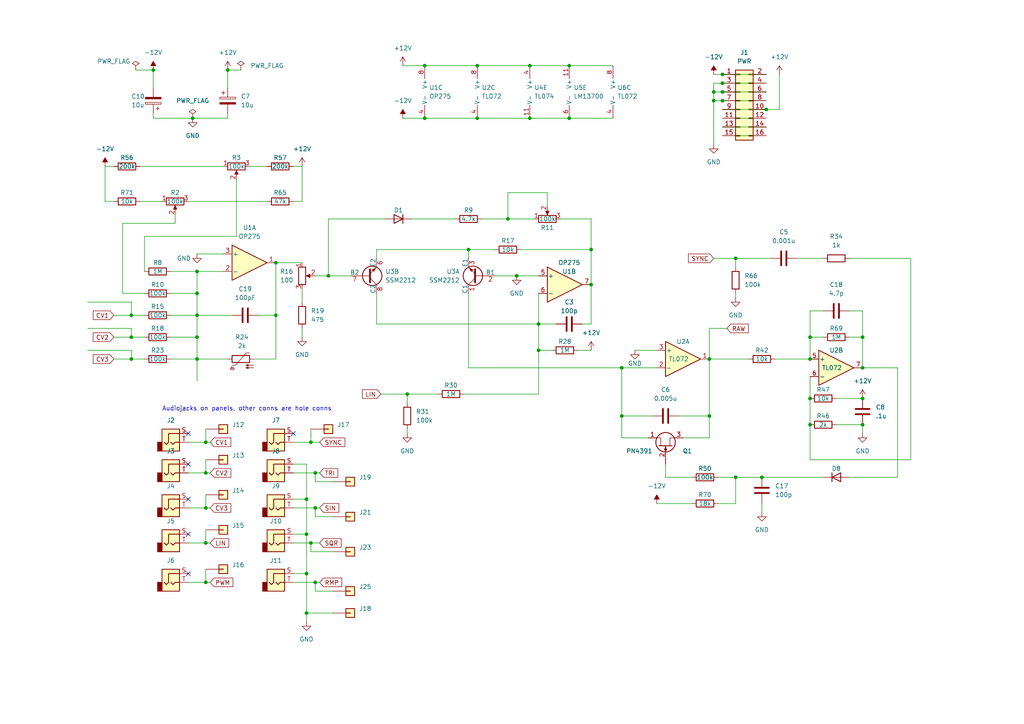
<source format=kicad_sch>
(kicad_sch (version 20211123) (generator eeschema)
  (paper "A4")
  (junction (at 171.45 82.55))
  (junction (at 454.66 73.66))
  (junction (at 213.36 138.43))
  (junction (at 123.19 34.29))
  (junction (at 234.95 104.14))
  (junction (at 88.9 177.8))
  (junction (at 153.67 19.05))
  (junction (at 59.69 147.32))
  (junction (at 433.07 100.33))
  (junction (at 59.69 128.27))
  (junction (at 222.25 31.75))
  (junction (at 415.29 48.26))
  (junction (at 427.99 48.26))
  (junction (at 138.43 19.05))
  (junction (at 490.22 120.65))
  (junction (at 55.88 34.29))
  (junction (at 209.55 24.13))
  (junction (at 90.17 128.27))
  (junction (at 394.97 74.93))
  (junction (at 443.23 116.84))
  (junction (at 123.19 19.05))
  (junction (at 209.55 29.21))
  (junction (at 477.52 50.8))
  (junction (at 153.67 34.29))
  (junction (at 171.45 72.39))
  (junction (at 407.67 113.03))
  (junction (at 59.69 168.91))
  (junction (at 91.44 147.32))
  (junction (at 180.34 120.65))
  (junction (at 118.11 114.3))
  (junction (at 80.01 91.44))
  (junction (at 156.21 93.98))
  (junction (at 57.15 104.14))
  (junction (at 401.32 33.02))
  (junction (at 220.98 138.43))
  (junction (at 66.04 20.32))
  (junction (at 95.25 80.01))
  (junction (at 415.29 55.88))
  (junction (at 474.98 78.74))
  (junction (at 495.3 71.12))
  (junction (at 406.4 73.66))
  (junction (at 454.66 78.74))
  (junction (at 135.89 72.39))
  (junction (at 378.46 50.8))
  (junction (at 59.69 137.16))
  (junction (at 59.69 157.48))
  (junction (at 205.74 120.65))
  (junction (at 447.04 53.34))
  (junction (at 57.15 85.09))
  (junction (at 406.4 55.88))
  (junction (at 394.97 58.42))
  (junction (at 91.44 168.91))
  (junction (at 370.84 77.47))
  (junction (at 156.21 101.6))
  (junction (at 350.52 45.72))
  (junction (at 88.9 166.37))
  (junction (at 394.97 48.26))
  (junction (at 207.01 26.67))
  (junction (at 250.19 97.79))
  (junction (at 213.36 74.93))
  (junction (at 207.01 29.21))
  (junction (at 539.75 38.1))
  (junction (at 209.55 21.59))
  (junction (at 515.62 27.94))
  (junction (at 165.1 34.29))
  (junction (at 453.39 113.03))
  (junction (at 431.8 63.5))
  (junction (at 234.95 115.57))
  (junction (at 505.46 40.64))
  (junction (at 234.95 97.79))
  (junction (at 38.1 91.44))
  (junction (at 38.1 97.79))
  (junction (at 505.46 58.42))
  (junction (at 497.84 27.94))
  (junction (at 443.23 95.25))
  (junction (at 88.9 154.94))
  (junction (at 250.19 123.19))
  (junction (at 205.74 104.14))
  (junction (at 149.86 80.01))
  (junction (at 44.45 20.32))
  (junction (at 250.19 115.57))
  (junction (at 91.44 137.16))
  (junction (at 57.15 78.74))
  (junction (at 447.04 45.72))
  (junction (at 406.4 69.85))
  (junction (at 57.15 91.44))
  (junction (at 209.55 26.67))
  (junction (at 250.19 106.68))
  (junction (at 90.17 157.48))
  (junction (at 495.3 90.17))
  (junction (at 80.01 76.2))
  (junction (at 407.67 120.65))
  (junction (at 138.43 34.29))
  (junction (at 165.1 19.05))
  (junction (at 180.34 106.68))
  (junction (at 88.9 144.78))
  (junction (at 57.15 97.79))
  (junction (at 496.57 50.8))
  (junction (at 38.1 104.14))
  (junction (at 450.85 123.19))
  (junction (at 234.95 123.19))
  (junction (at 407.67 100.33))
  (junction (at 394.97 85.09))
  (junction (at 147.32 63.5))
  (no_connect (at 521.97 123.19))
  (no_connect (at 519.43 113.03))
  (no_connect (at 509.27 115.57))
  (no_connect (at 494.03 118.11))
  (no_connect (at 509.27 118.11))
  (no_connect (at 417.83 116.84))
  (no_connect (at 85.09 125.73))
  (no_connect (at 54.61 166.37))
  (no_connect (at 54.61 154.94))
  (no_connect (at 54.61 125.73))
  (no_connect (at 54.61 144.78))
  (no_connect (at 54.61 134.62))
  (no_connect (at 510.54 55.88))
  (no_connect (at 508 55.88))
  (wire (pts (xy 59.69 165.1) (xy 59.69 168.91)))
  (wire (pts (xy 209.55 21.59) (xy 222.25 21.59)))
  (wire (pts (xy 198.12 127) (xy 205.74 127)))
  (wire (pts (xy 387.35 113.03) (xy 387.35 109.22)))
  (wire (pts (xy 59.69 124.46) (xy 59.69 128.27)))
  (wire (pts (xy 57.15 104.14) (xy 57.15 110.49)))
  (wire (pts (xy 72.39 48.26) (xy 77.47 48.26)))
  (wire (pts (xy 109.22 85.09) (xy 109.22 93.98)))
  (wire (pts (xy 391.16 95.25) (xy 393.7 95.25)))
  (wire (pts (xy 424.18 85.09) (xy 424.18 95.25)))
  (wire (pts (xy 494.03 50.8) (xy 496.57 50.8)))
  (wire (pts (xy 80.01 76.2) (xy 87.63 76.2)))
  (wire (pts (xy 85.09 154.94) (xy 88.9 154.94)))
  (wire (pts (xy 38.1 104.14) (xy 41.91 104.14)))
  (wire (pts (xy 59.69 137.16) (xy 60.96 137.16)))
  (wire (pts (xy 153.67 19.05) (xy 165.1 19.05)))
  (wire (pts (xy 425.45 55.88) (xy 431.8 55.88)))
  (wire (pts (xy 171.45 93.98) (xy 168.91 93.98)))
  (wire (pts (xy 454.66 78.74) (xy 454.66 87.63)))
  (wire (pts (xy 57.15 91.44) (xy 67.31 91.44)))
  (wire (pts (xy 147.32 55.88) (xy 158.75 55.88)))
  (wire (pts (xy 480.06 97.79) (xy 495.3 97.79)))
  (wire (pts (xy 171.45 82.55) (xy 171.45 93.98)))
  (wire (pts (xy 454.66 68.58) (xy 480.06 68.58)))
  (wire (pts (xy 147.32 63.5) (xy 147.32 55.88)))
  (wire (pts (xy 450.85 123.19) (xy 458.47 123.19)))
  (wire (pts (xy 443.23 123.19) (xy 450.85 123.19)))
  (wire (pts (xy 246.38 90.17) (xy 250.19 90.17)))
  (wire (pts (xy 85.09 166.37) (xy 88.9 166.37)))
  (wire (pts (xy 234.95 133.35) (xy 264.16 133.35)))
  (wire (pts (xy 205.74 104.14) (xy 205.74 120.65)))
  (wire (pts (xy 495.3 71.12) (xy 508 71.12)))
  (wire (pts (xy 167.64 101.6) (xy 171.45 101.6)))
  (wire (pts (xy 88.9 134.62) (xy 88.9 144.78)))
  (wire (pts (xy 193.04 138.43) (xy 200.66 138.43)))
  (wire (pts (xy 91.44 80.01) (xy 95.25 80.01)))
  (wire (pts (xy 417.83 113.03) (xy 407.67 113.03)))
  (wire (pts (xy 85.09 134.62) (xy 88.9 134.62)))
  (wire (pts (xy 379.73 95.25) (xy 383.54 95.25)))
  (wire (pts (xy 474.98 27.94) (xy 486.41 27.94)))
  (wire (pts (xy 49.53 91.44) (xy 57.15 91.44)))
  (wire (pts (xy 44.45 34.29) (xy 55.88 34.29)))
  (wire (pts (xy 25.4 95.25) (xy 38.1 95.25)))
  (wire (pts (xy 431.8 55.88) (xy 431.8 63.5)))
  (wire (pts (xy 515.62 27.94) (xy 509.27 27.94)))
  (wire (pts (xy 87.63 58.42) (xy 85.09 58.42)))
  (wire (pts (xy 490.22 120.65) (xy 490.22 123.19)))
  (wire (pts (xy 90.17 157.48) (xy 92.71 157.48)))
  (wire (pts (xy 490.22 115.57) (xy 490.22 120.65)))
  (wire (pts (xy 379.73 77.47) (xy 370.84 77.47)))
  (wire (pts (xy 260.35 106.68) (xy 260.35 138.43)))
  (wire (pts (xy 95.25 80.01) (xy 101.6 80.01)))
  (wire (pts (xy 209.55 26.67) (xy 222.25 26.67)))
  (wire (pts (xy 433.07 100.33) (xy 429.26 100.33)))
  (wire (pts (xy 515.62 20.32) (xy 509.27 20.32)))
  (wire (pts (xy 505.46 55.88) (xy 505.46 58.42)))
  (wire (pts (xy 415.29 48.26) (xy 415.29 55.88)))
  (wire (pts (xy 207.01 26.67) (xy 207.01 24.13)))
  (wire (pts (xy 66.04 34.29) (xy 66.04 33.02)))
  (wire (pts (xy 414.02 48.26) (xy 415.29 48.26)))
  (wire (pts (xy 54.61 128.27) (xy 59.69 128.27)))
  (wire (pts (xy 85.09 168.91) (xy 91.44 168.91)))
  (wire (pts (xy 392.43 66.04) (xy 394.97 66.04)))
  (wire (pts (xy 220.98 146.05) (xy 220.98 148.59)))
  (wire (pts (xy 242.57 123.19) (xy 250.19 123.19)))
  (wire (pts (xy 57.15 78.74) (xy 64.77 78.74)))
  (wire (pts (xy 406.4 55.88) (xy 406.4 69.85)))
  (wire (pts (xy 59.69 143.51) (xy 59.69 147.32)))
  (wire (pts (xy 515.62 27.94) (xy 515.62 20.32)))
  (wire (pts (xy 156.21 101.6) (xy 160.02 101.6)))
  (wire (pts (xy 180.34 106.68) (xy 190.5 106.68)))
  (wire (pts (xy 74.93 91.44) (xy 80.01 91.44)))
  (wire (pts (xy 66.04 20.32) (xy 66.04 25.4)))
  (wire (pts (xy 180.34 106.68) (xy 180.34 120.65)))
  (wire (pts (xy 91.44 149.86) (xy 96.52 149.86)))
  (wire (pts (xy 453.39 113.03) (xy 453.39 105.41)))
  (wire (pts (xy 109.22 93.98) (xy 156.21 93.98)))
  (wire (pts (xy 54.61 137.16) (xy 59.69 137.16)))
  (wire (pts (xy 40.64 58.42) (xy 46.99 58.42)))
  (wire (pts (xy 207.01 24.13) (xy 209.55 24.13)))
  (wire (pts (xy 91.44 171.45) (xy 96.52 171.45)))
  (wire (pts (xy 433.07 116.84) (xy 443.23 116.84)))
  (wire (pts (xy 394.97 74.93) (xy 401.32 74.93)))
  (wire (pts (xy 407.67 100.33) (xy 407.67 101.6)))
  (wire (pts (xy 190.5 146.05) (xy 200.66 146.05)))
  (wire (pts (xy 495.3 78.74) (xy 495.3 71.12)))
  (wire (pts (xy 85.09 144.78) (xy 88.9 144.78)))
  (wire (pts (xy 392.43 85.09) (xy 394.97 85.09)))
  (wire (pts (xy 165.1 34.29) (xy 177.8 34.29)))
  (wire (pts (xy 515.62 83.82) (xy 515.62 64.77)))
  (wire (pts (xy 118.11 114.3) (xy 118.11 116.84)))
  (wire (pts (xy 123.19 34.29) (xy 138.43 34.29)))
  (wire (pts (xy 443.23 95.25) (xy 443.23 101.6)))
  (wire (pts (xy 66.04 20.32) (xy 69.85 20.32)))
  (wire (pts (xy 127 114.3) (xy 118.11 114.3)))
  (wire (pts (xy 54.61 157.48) (xy 59.69 157.48)))
  (wire (pts (xy 208.28 138.43) (xy 213.36 138.43)))
  (wire (pts (xy 234.95 115.57) (xy 234.95 123.19)))
  (wire (pts (xy 417.83 119.38) (xy 417.83 120.65)))
  (wire (pts (xy 207.01 74.93) (xy 213.36 74.93)))
  (wire (pts (xy 466.09 123.19) (xy 469.9 123.19)))
  (wire (pts (xy 165.1 19.05) (xy 177.8 19.05)))
  (wire (pts (xy 33.02 97.79) (xy 38.1 97.79)))
  (wire (pts (xy 264.16 133.35) (xy 264.16 74.93)))
  (wire (pts (xy 57.15 91.44) (xy 57.15 97.79)))
  (wire (pts (xy 25.4 87.63) (xy 38.1 87.63)))
  (wire (pts (xy 33.02 104.14) (xy 38.1 104.14)))
  (wire (pts (xy 447.04 53.34) (xy 447.04 45.72)))
  (wire (pts (xy 187.96 127) (xy 180.34 127)))
  (wire (pts (xy 95.25 63.5) (xy 111.76 63.5)))
  (wire (pts (xy 508 71.12) (xy 508 80.01)))
  (wire (pts (xy 171.45 82.55) (xy 171.45 72.39)))
  (wire (pts (xy 496.57 50.8) (xy 500.38 50.8)))
  (wire (pts (xy 213.36 77.47) (xy 213.36 74.93)))
  (wire (pts (xy 35.56 64.77) (xy 50.8 64.77)))
  (wire (pts (xy 447.04 85.09) (xy 424.18 85.09)))
  (wire (pts (xy 436.88 95.25) (xy 443.23 95.25)))
  (wire (pts (xy 394.97 85.09) (xy 394.97 74.93)))
  (wire (pts (xy 407.67 120.65) (xy 417.83 120.65)))
  (wire (pts (xy 118.11 124.46) (xy 118.11 125.73)))
  (wire (pts (xy 88.9 154.94) (xy 88.9 166.37)))
  (wire (pts (xy 370.84 77.47) (xy 370.84 85.09)))
  (wire (pts (xy 250.19 97.79) (xy 250.19 106.68)))
  (wire (pts (xy 378.46 50.8) (xy 378.46 58.42)))
  (wire (pts (xy 447.04 38.1) (xy 447.04 31.75)))
  (wire (pts (xy 466.09 113.03) (xy 469.9 113.03)))
  (wire (pts (xy 497.84 45.72) (xy 497.84 27.94)))
  (wire (pts (xy 209.55 39.37) (xy 222.25 39.37)))
  (wire (pts (xy 184.15 101.6) (xy 190.5 101.6)))
  (wire (pts (xy 242.57 115.57) (xy 250.19 115.57)))
  (wire (pts (xy 54.61 168.91) (xy 59.69 168.91)))
  (wire (pts (xy 350.52 45.72) (xy 350.52 46.99)))
  (wire (pts (xy 431.8 78.74) (xy 454.66 78.74)))
  (wire (pts (xy 57.15 78.74) (xy 57.15 85.09)))
  (wire (pts (xy 109.22 72.39) (xy 135.89 72.39)))
  (wire (pts (xy 41.91 68.58) (xy 68.58 68.58)))
  (wire (pts (xy 477.52 50.8) (xy 477.52 52.07)))
  (wire (pts (xy 453.39 105.41) (xy 458.47 105.41)))
  (wire (pts (xy 515.62 48.26) (xy 515.62 27.94)))
  (wire (pts (xy 38.1 97.79) (xy 41.91 97.79)))
  (wire (pts (xy 406.4 69.85) (xy 450.85 69.85)))
  (wire (pts (xy 224.79 104.14) (xy 234.95 104.14)))
  (wire (pts (xy 403.86 100.33) (xy 407.67 100.33)))
  (wire (pts (xy 378.46 50.8) (xy 379.73 50.8)))
  (wire (pts (xy 454.66 73.66) (xy 459.74 73.66)))
  (wire (pts (xy 205.74 95.25) (xy 210.82 95.25)))
  (wire (pts (xy 87.63 83.82) (xy 87.63 87.63)))
  (wire (pts (xy 44.45 33.02) (xy 44.45 34.29)))
  (wire (pts (xy 474.98 73.66) (xy 474.98 78.74)))
  (wire (pts (xy 350.52 44.45) (xy 350.52 45.72)))
  (wire (pts (xy 427.99 48.26) (xy 427.99 53.34)))
  (wire (pts (xy 135.89 72.39) (xy 143.51 72.39)))
  (wire (pts (xy 180.34 120.65) (xy 189.23 120.65)))
  (wire (pts (xy 96.52 177.8) (xy 88.9 177.8)))
  (wire (pts (xy 505.46 58.42) (xy 525.78 58.42)))
  (wire (pts (xy 334.01 40.64) (xy 346.71 40.64)))
  (wire (pts (xy 425.45 63.5) (xy 431.8 63.5)))
  (wire (pts (xy 511.81 83.82) (xy 515.62 83.82)))
  (wire (pts (xy 231.14 74.93) (xy 238.76 74.93)))
  (wire (pts (xy 135.89 106.68) (xy 180.34 106.68)))
  (wire (pts (xy 350.52 54.61) (xy 350.52 58.42)))
  (wire (pts (xy 49.53 104.14) (xy 57.15 104.14)))
  (wire (pts (xy 453.39 113.03) (xy 458.47 113.03)))
  (wire (pts (xy 539.75 35.56) (xy 539.75 38.1)))
  (wire (pts (xy 416.56 29.21) (xy 419.1 29.21)))
  (wire (pts (xy 91.44 147.32) (xy 91.44 149.86)))
  (wire (pts (xy 415.29 48.26) (xy 417.83 48.26)))
  (wire (pts (xy 207.01 26.67) (xy 209.55 26.67)))
  (wire (pts (xy 387.35 99.06) (xy 387.35 101.6)))
  (wire (pts (xy 226.06 31.75) (xy 226.06 21.59)))
  (wire (pts (xy 539.75 38.1) (xy 548.64 38.1)))
  (wire (pts (xy 156.21 93.98) (xy 161.29 93.98)))
  (wire (pts (xy 394.97 48.26) (xy 406.4 48.26)))
  (wire (pts (xy 264.16 74.93) (xy 246.38 74.93)))
  (wire (pts (xy 467.36 78.74) (xy 474.98 78.74)))
  (wire (pts (xy 443.23 53.34) (xy 447.04 53.34)))
  (wire (pts (xy 91.44 137.16) (xy 91.44 139.7)))
  (wire (pts (xy 411.48 95.25) (xy 424.18 95.25)))
  (wire (pts (xy 88.9 144.78) (xy 88.9 154.94)))
  (wire (pts (xy 57.15 104.14) (xy 66.04 104.14)))
  (wire (pts (xy 466.09 105.41) (xy 478.79 105.41)))
  (wire (pts (xy 38.1 101.6) (xy 38.1 104.14)))
  (wire (pts (xy 447.04 53.34) (xy 447.04 85.09)))
  (wire (pts (xy 57.15 97.79) (xy 57.15 104.14)))
  (wire (pts (xy 477.52 50.8) (xy 486.41 50.8)))
  (wire (pts (xy 234.95 123.19) (xy 234.95 133.35)))
  (wire (pts (xy 90.17 160.02) (xy 96.52 160.02)))
  (wire (pts (xy 406.4 73.66) (xy 408.94 73.66)))
  (wire (pts (xy 35.56 85.09) (xy 35.56 64.77)))
  (wire (pts (xy 90.17 157.48) (xy 90.17 160.02)))
  (wire (pts (xy 417.83 114.3) (xy 417.83 113.03)))
  (wire (pts (xy 143.51 80.01) (xy 149.86 80.01)))
  (wire (pts (xy 433.07 99.06) (xy 433.07 100.33)))
  (wire (pts (xy 41.91 78.74) (xy 41.91 68.58)))
  (wire (pts (xy 246.38 97.79) (xy 250.19 97.79)))
  (wire (pts (xy 238.76 90.17) (xy 234.95 90.17)))
  (wire (pts (xy 378.46 58.42) (xy 384.81 58.42)))
  (wire (pts (xy 370.84 77.47) (xy 370.84 66.04)))
  (wire (pts (xy 394.97 66.04) (xy 394.97 58.42)))
  (wire (pts (xy 213.36 74.93) (xy 223.52 74.93)))
  (wire (pts (xy 505.46 40.64) (xy 525.78 40.64)))
  (wire (pts (xy 406.4 73.66) (xy 406.4 78.74)))
  (wire (pts (xy 419.1 33.02) (xy 401.32 33.02)))
  (wire (pts (xy 59.69 157.48) (xy 60.96 157.48)))
  (wire (pts (xy 425.45 48.26) (xy 427.99 48.26)))
  (wire (pts (xy 458.47 45.72) (xy 462.28 45.72)))
  (wire (pts (xy 25.4 101.6) (xy 38.1 101.6)))
  (wire (pts (xy 495.3 90.17) (xy 508 90.17)))
  (wire (pts (xy 90.17 128.27) (xy 92.71 128.27)))
  (wire (pts (xy 59.69 133.35) (xy 59.69 137.16)))
  (wire (pts (xy 85.09 128.27) (xy 90.17 128.27)))
  (wire (pts (xy 205.74 104.14) (xy 205.74 95.25)))
  (wire (pts (xy 474.98 48.26) (xy 474.98 27.94)))
  (wire (pts (xy 234.95 97.79) (xy 234.95 104.14)))
  (wire (pts (xy 407.67 109.22) (xy 407.67 113.03)))
  (wire (pts (xy 207.01 29.21) (xy 209.55 29.21)))
  (wire (pts (xy 38.1 87.63) (xy 38.1 91.44)))
  (wire (pts (xy 33.02 48.26) (xy 30.48 48.26)))
  (wire (pts (xy 80.01 91.44) (xy 80.01 76.2)))
  (wire (pts (xy 156.21 114.3) (xy 156.21 101.6)))
  (wire (pts (xy 368.3 40.64) (xy 372.11 40.64)))
  (wire (pts (xy 147.32 63.5) (xy 154.94 63.5)))
  (wire (pts (xy 401.32 74.93) (xy 401.32 55.88)))
  (wire (pts (xy 433.07 100.33) (xy 433.07 101.6)))
  (wire (pts (xy 91.44 139.7) (xy 96.52 139.7)))
  (wire (pts (xy 354.33 40.64) (xy 360.68 40.64)))
  (wire (pts (xy 405.13 29.21) (xy 408.94 29.21)))
  (wire (pts (xy 68.58 68.58) (xy 68.58 52.07)))
  (wire (pts (xy 394.97 85.09) (xy 398.78 85.09)))
  (wire (pts (xy 415.29 55.88) (xy 417.83 55.88)))
  (wire (pts (xy 431.8 43.18) (xy 419.1 43.18)))
  (wire (pts (xy 387.35 113.03) (xy 407.67 113.03)))
  (wire (pts (xy 209.55 24.13) (xy 222.25 24.13)))
  (wire (pts (xy 222.25 31.75) (xy 226.06 31.75)))
  (wire (pts (xy 474.98 50.8) (xy 477.52 50.8)))
  (wire (pts (xy 156.21 85.09) (xy 156.21 93.98)))
  (wire (pts (xy 443.23 116.84) (xy 443.23 123.19)))
  (wire (pts (xy 539.75 38.1) (xy 539.75 40.64)))
  (wire (pts (xy 454.66 87.63) (xy 480.06 87.63)))
  (wire (pts (xy 55.88 34.29) (xy 66.04 34.29)))
  (wire (pts (xy 508 90.17) (xy 508 87.63)))
  (wire (pts (xy 213.36 138.43) (xy 213.36 146.05)))
  (wire (pts (xy 59.69 153.67) (xy 59.69 157.48)))
  (wire (pts (xy 490.22 120.65) (xy 494.03 120.65)))
  (wire (pts (xy 158.75 55.88) (xy 158.75 59.69)))
  (wire (pts (xy 213.36 85.09) (xy 213.36 86.36)))
  (wire (pts (xy 392.43 31.75) (xy 392.43 29.21)))
  (wire (pts (xy 480.06 78.74) (xy 495.3 78.74)))
  (wire (pts (xy 116.84 34.29) (xy 123.19 34.29)))
  (wire (pts (xy 497.84 27.94) (xy 497.84 20.32)))
  (wire (pts (xy 134.62 114.3) (xy 156.21 114.3)))
  (wire (pts (xy 39.37 20.32) (xy 44.45 20.32)))
  (wire (pts (xy 205.74 120.65) (xy 205.74 127)))
  (wire (pts (xy 135.89 72.39) (xy 135.89 74.93)))
  (wire (pts (xy 419.1 43.18) (xy 419.1 33.02)))
  (wire (pts (xy 429.26 100.33) (xy 429.26 95.25)))
  (wire (pts (xy 427.99 53.34) (xy 435.61 53.34)))
  (wire (pts (xy 95.25 63.5) (xy 95.25 80.01)))
  (wire (pts (xy 401.32 55.88) (xy 406.4 55.88)))
  (wire (pts (xy 350.52 45.72) (xy 379.73 45.72)))
  (wire (pts (xy 162.56 63.5) (xy 171.45 63.5)))
  (wire (pts (xy 138.43 19.05) (xy 153.67 19.05)))
  (wire (pts (xy 403.86 95.25) (xy 403.86 100.33)))
  (wire (pts (xy 220.98 138.43) (xy 238.76 138.43)))
  (wire (pts (xy 234.95 90.17) (xy 234.95 97.79)))
  (wire (pts (xy 171.45 63.5) (xy 171.45 72.39)))
  (wire (pts (xy 57.15 85.09) (xy 57.15 91.44)))
  (wire (pts (xy 85.09 157.48) (xy 90.17 157.48)))
  (wire (pts (xy 80.01 91.44) (xy 80.01 104.14)))
  (wire (pts (xy 30.48 58.42) (xy 33.02 58.42)))
  (wire (pts (xy 54.61 58.42) (xy 77.47 58.42)))
  (wire (pts (xy 406.4 69.85) (xy 406.4 73.66)))
  (wire (pts (xy 447.04 45.72) (xy 450.85 45.72)))
  (wire (pts (xy 407.67 99.06) (xy 407.67 100.33)))
  (wire (pts (xy 414.02 55.88) (xy 415.29 55.88)))
  (wire (pts (xy 207.01 21.59) (xy 209.55 21.59)))
  (wire (pts (xy 171.45 72.39) (xy 151.13 72.39)))
  (wire (pts (xy 213.36 138.43) (xy 220.98 138.43)))
  (wire (pts (xy 508 64.77) (xy 496.57 64.77)))
  (wire (pts (xy 334.01 41.91) (xy 334.01 40.64)))
  (wire (pts (xy 85.09 137.16) (xy 91.44 137.16)))
  (wire (pts (xy 454.66 73.66) (xy 454.66 68.58)))
  (wire (pts (xy 234.95 109.22) (xy 234.95 115.57)))
  (wire (pts (xy 88.9 166.37) (xy 88.9 177.8)))
  (wire (pts (xy 91.44 168.91) (xy 92.71 168.91)))
  (wire (pts (xy 196.85 120.65) (xy 205.74 120.65)))
  (wire (pts (xy 156.21 93.98) (xy 156.21 101.6)))
  (wire (pts (xy 138.43 34.29) (xy 153.67 34.29)))
  (wire (pts (xy 406.4 78.74) (xy 408.94 78.74)))
  (wire (pts (xy 149.86 80.01) (xy 156.21 80.01)))
  (wire (pts (xy 467.36 73.66) (xy 474.98 73.66)))
  (wire (pts (xy 87.63 95.25) (xy 87.63 97.79)))
  (wire (pts (xy 367.03 50.8) (xy 367.03 55.88)))
  (wire (pts (xy 209.55 34.29) (xy 222.25 34.29)))
  (wire (pts (xy 406.4 85.09) (xy 414.02 85.09)))
  (wire (pts (xy 450.85 48.26) (xy 474.98 48.26)))
  (wire (pts (xy 374.65 50.8) (xy 378.46 50.8)))
  (wire (pts (xy 415.29 63.5) (xy 415.29 55.88)))
  (wire (pts (xy 480.06 92.71) (xy 480.06 97.79)))
  (wire (pts (xy 209.55 31.75) (xy 222.25 31.75)))
  (wire (pts (xy 91.44 137.16) (xy 92.71 137.16)))
  (wire (pts (xy 496.57 64.77) (xy 496.57 50.8)))
  (wire (pts (xy 238.76 97.79) (xy 234.95 97.79)))
  (wire (pts (xy 497.84 27.94) (xy 501.65 27.94)))
  (wire (pts (xy 213.36 146.05) (xy 208.28 146.05)))
  (wire (pts (xy 50.8 64.77) (xy 50.8 62.23)))
  (wire (pts (xy 73.66 104.14) (xy 80.01 104.14)))
  (wire (pts (xy 109.22 72.39) (xy 109.22 74.93)))
  (wire (pts (xy 454.66 78.74) (xy 459.74 78.74)))
  (wire (pts (xy 494.03 27.94) (xy 497.84 27.94)))
  (wire (pts (xy 370.84 66.04) (xy 384.81 66.04)))
  (wire (pts (xy 90.17 124.46) (xy 90.17 128.27)))
  (wire (pts (xy 119.38 63.5) (xy 132.08 63.5)))
  (wire (pts (xy 33.02 91.44) (xy 38.1 91.44)))
  (wire (pts (xy 116.84 19.05) (xy 123.19 19.05)))
  (wire (pts (xy 88.9 177.8) (xy 88.9 180.34)))
  (wire (pts (xy 209.55 36.83) (xy 222.25 36.83)))
  (wire (pts (xy 57.15 73.66) (xy 64.77 73.66)))
  (wire (pts (xy 59.69 147.32) (xy 60.96 147.32)))
  (wire (pts (xy 416.56 73.66) (xy 454.66 73.66)))
  (wire (pts (xy 91.44 168.91) (xy 91.44 171.45)))
  (wire (pts (xy 49.53 78.74) (xy 57.15 78.74)))
  (wire (pts (xy 205.74 104.14) (xy 217.17 104.14)))
  (wire (pts (xy 394.97 58.42) (xy 392.43 58.42)))
  (wire (pts (xy 54.61 147.32) (xy 59.69 147.32)))
  (wire (pts (xy 49.53 97.79) (xy 57.15 97.79)))
  (wire (pts (xy 38.1 95.25) (xy 38.1 97.79)))
  (wire (pts (xy 180.34 120.65) (xy 180.34 127)))
  (wire (pts (xy 91.44 147.32) (xy 92.71 147.32)))
  (wire (pts (xy 207.01 41.91) (xy 207.01 29.21)))
  (wire (pts (xy 49.53 85.09) (xy 57.15 85.09)))
  (wire (pts (xy 85.09 48.26) (xy 87.63 48.26)))
  (wire (pts (xy 110.49 114.3) (xy 118.11 114.3)))
  (wire (pts (xy 494.03 115.57) (xy 490.22 115.57)))
  (wire (pts (xy 417.83 63.5) (xy 415.29 63.5)))
  (wire (pts (xy 139.7 63.5) (xy 147.32 63.5)))
  (wire (pts (xy 433.07 109.22) (xy 433.07 114.3)))
  (wire (pts (xy 250.19 106.68) (xy 260.35 106.68)))
  (wire (pts (xy 450.85 69.85) (xy 450.85 48.26)))
  (wire (pts (xy 135.89 85.09) (xy 135.89 106.68)))
  (wire (pts (xy 443.23 116.84) (xy 443.23 109.22)))
  (wire (pts (xy 41.91 85.09) (xy 35.56 85.09)))
  (wire (pts (xy 260.35 138.43) (xy 246.38 138.43)))
  (wire (pts (xy 87.63 48.26) (xy 87.63 58.42)))
  (wire (pts (xy 123.19 19.05) (xy 138.43 19.05)))
  (wire (pts (xy 59.69 168.91) (xy 60.96 168.91)))
  (wire (pts (xy 40.64 48.26) (xy 64.77 48.26)))
  (wire (pts (xy 497.84 20.32) (xy 501.65 20.32)))
  (wire (pts (xy 250.19 90.17) (xy 250.19 97.79)))
  (wire (pts (xy 515.62 27.94) (xy 539.75 27.94)))
  (wire (pts (xy 85.09 147.32) (xy 91.44 147.32)))
  (wire (pts (xy 500.38 45.72) (xy 497.84 45.72)))
  (wire (pts (xy 30.48 48.26) (xy 30.48 58.42)))
  (wire (pts (xy 392.43 29.21) (xy 397.51 29.21)))
  (wire (pts (xy 153.67 34.29) (xy 165.1 34.29)))
  (wire (pts (xy 38.1 91.44) (xy 41.91 91.44)))
  (wire (pts (xy 495.3 97.79) (xy 495.3 90.17)))
  (wire (pts (xy 505.46 38.1) (xy 505.46 40.64)))
  (wire (pts (xy 44.45 20.32) (xy 44.45 25.4)))
  (wire (pts (xy 394.97 48.26) (xy 394.97 58.42)))
  (wire (pts (xy 431.8 38.1) (xy 447.04 38.1)))
  (wire (pts (xy 193.04 134.62) (xy 193.04 138.43)))
  (wire (pts (xy 250.19 123.19) (xy 250.19 125.73)))
  (wire (pts (xy 427.99 48.26) (xy 431.8 48.26)))
  (wire (pts (xy 370.84 85.09) (xy 384.81 85.09)))
  (wire (pts (xy 431.8 34.29) (xy 431.8 38.1)))
  (wire (pts (xy 59.69 128.27) (xy 60.96 128.27)))
  (wire (pts (xy 209.55 29.21) (xy 222.25 29.21)))
  (wire (pts (xy 480.06 73.66) (xy 480.06 78.74)))
  (wire (pts (xy 207.01 29.21) (xy 207.01 26.67)))
  (text "Audiojacks on panels, other conns are hole conns" (at 46.99 119.38 0) (effects (font (size 1.27 1.27)) (justify left bottom)))
  (global_label "PWM" (shape input) (at 60.96 168.91 0) (property "Intersheet References" "${INTERSHEET_REFS}" (effects hide)))
  (global_label "CV2" (shape input) (at 33.02 97.79 180) (property "Intersheet References" "${INTERSHEET_REFS}" (effects hide)))
  (global_label "LIN" (shape input) (at 60.96 157.48 0) (property "Intersheet References" "${INTERSHEET_REFS}" (effects hide)))
  (global_label "CV1" (shape input) (at 33.02 91.44 180) (property "Intersheet References" "${INTERSHEET_REFS}" (effects hide)))
  (global_label "SIN" (shape input) (at 92.71 147.32 0) (property "Intersheet References" "${INTERSHEET_REFS}" (effects hide)))
  (global_label "SYNC" (shape input) (at 207.01 74.93 180) (property "Intersheet References" "${INTERSHEET_REFS}" (effects hide)))
  (global_label "SIN" (shape input) (at 478.79 105.41 0) (property "Intersheet References" "${INTERSHEET_REFS}" (effects hide)))
  (global_label "SYNC" (shape input) (at 92.71 128.27 0) (property "Intersheet References" "${INTERSHEET_REFS}" (effects hide)))
  (global_label "CV2" (shape input) (at 60.96 137.16 0) (property "Intersheet References" "${INTERSHEET_REFS}" (effects hide)))
  (global_label "RMP" (shape input) (at 92.71 168.91 0) (property "Intersheet References" "${INTERSHEET_REFS}" (effects hide)))
  (global_label "LIN" (shape input) (at 110.49 114.3 180) (property "Intersheet References" "${INTERSHEET_REFS}" (effects hide)))
  (global_label "TRI" (shape input) (at 92.71 137.16 0) (property "Intersheet References" "${INTERSHEET_REFS}" (effects hide)))
  (global_label "RMP" (shape input) (at 414.02 85.09 0) (property "Intersheet References" "${INTERSHEET_REFS}" (effects hide)))
  (global_label "SQR" (shape input) (at 92.71 157.48 0) (property "Intersheet References" "${INTERSHEET_REFS}" (effects hide)))
  (global_label "RAW" (shape input) (at 210.82 95.25 0) (property "Intersheet References" "${INTERSHEET_REFS}" (effects hide)))
  (global_label "SQR" (shape input) (at 548.64 38.1 0) (property "Intersheet References" "${INTERSHEET_REFS}" (effects hide)))
  (global_label "CV1" (shape input) (at 60.96 128.27 0) (property "Intersheet References" "${INTERSHEET_REFS}" (effects hide)))
  (global_label "PWM" (shape input) (at 474.98 50.8 180) (property "Intersheet References" "${INTERSHEET_REFS}" (effects hide)))
  (global_label "RAW" (shape input) (at 367.03 55.88 0) (property "Intersheet References" "${INTERSHEET_REFS}" (effects hide)))
  (global_label "CV3" (shape input) (at 60.96 147.32 0) (property "Intersheet References" "${INTERSHEET_REFS}" (effects hide)))
  (global_label "CV3" (shape input) (at 33.02 104.14 180) (property "Intersheet References" "${INTERSHEET_REFS}" (effects hide)))
  (global_label "TRI" (shape input) (at 462.28 45.72 0) (property "Intersheet References" "${INTERSHEET_REFS}" (effects hide)))
  (symbol (lib_id "Device:D") (at 242.57 138.43 0) (unit 1)
    (property "Reference" "D8" (at 242.57 135.89 0))
    (property "Value" "D" (effects hide))
  )
  (symbol (lib_id "power:GND") (at 88.9 180.34 0) (unit 1)
    (property "Reference" "#PWR0145" (effects hide))
    (property "Value" "GND" (at 88.9 185.42 0))
  )
  (symbol (lib_id "Connector:AudioJack2") (at 80.01 168.91 0) (unit 1) (on_board no)
    (property "Reference" "J11" (at 80.01 162.56 0))
    (property "Value" "AudioJack2" (effects hide))
  )
  (symbol (lib_id "Device:R") (at 45.72 104.14 90) (unit 1)
    (property "Reference" "R23" (at 45.72 101.6 90))
    (property "Value" "100k" (at 45.72 104.14 90))
  )
  (symbol (lib_id "power:GND") (at 474.98 78.74 0) (unit 1)
    (property "Reference" "#PWR0141" (effects hide))
    (property "Value" "GND" (at 474.98 83.82 0))
  )
  (symbol (lib_id "Connector_Generic:Conn_01x01") (at 101.6 171.45 0) (unit 1)
    (property "Reference" "J25" (at 104.14 170.1799 0) (effects (justify left)))
    (property "Value" "Conn_01x01" (effects hide))
  )
  (symbol (lib_id "Device:R_Potentiometer") (at 508 83.82 0) (mirror x) (unit 1)
    (property "Reference" "R39" (at 505.46 82.5499 0) (effects (justify right)))
    (property "Value" "100k" (at 505.46 85.0899 0) (effects (justify right)))
  )
  (symbol (lib_id "power:GND") (at 407.67 120.65 0) (unit 1)
    (property "Reference" "#PWR0128" (effects hide))
    (property "Value" "GND" (at 407.67 125.73 0))
  )
  (symbol (lib_id "Device:R") (at 511.81 64.77 90) (unit 1)
    (property "Reference" "R35" (at 511.81 62.23 90))
    (property "Value" "10k" (at 511.81 64.77 90))
  )
  (symbol (lib_id "Device:R") (at 443.23 105.41 0) (unit 1)
    (property "Reference" "R45" (at 445.77 104.1399 0) (effects (justify left)))
    (property "Value" "1M" (at 445.77 106.6799 0) (effects (justify left)))
  )
  (symbol (lib_id "power:-12V") (at 469.9 113.03 0) (unit 1)
    (property "Reference" "#PWR0132" (effects hide))
    (property "Value" "-12V" (at 471.17 107.95 0))
  )
  (symbol (lib_id "power:GND") (at 213.36 86.36 0) (unit 1)
    (property "Reference" "#PWR0111" (effects hide))
    (property "Value" "GND" (at 213.36 91.44 0))
  )
  (symbol (lib_id "Device:R_Potentiometer") (at 387.35 95.25 90) (mirror x) (unit 1)
    (property "Reference" "R60" (at 387.35 92.71 90))
    (property "Value" "100k" (at 387.35 95.25 90))
  )
  (symbol (lib_id "Device:R") (at 36.83 58.42 90) (unit 1)
    (property "Reference" "R71" (at 36.83 55.88 90))
    (property "Value" "10k" (at 36.83 58.42 90))
  )
  (symbol (lib_id "Device:C") (at 242.57 90.17 90) (unit 1)
    (property "Reference" "C18" (at 242.57 82.55 90))
    (property "Value" "4.7p" (at 242.57 85.09 90))
  )
  (symbol (lib_id "Device:C_Polarized") (at 66.04 29.21 0) (unit 1)
    (property "Reference" "C7" (at 69.85 27.94 0) (effects (justify left)))
    (property "Value" "10u" (at 69.85 30.48 0) (effects (justify left)))
  )
  (symbol (lib_id "Device:R") (at 490.22 50.8 90) (unit 1)
    (property "Reference" "R40" (at 490.22 48.26 90))
    (property "Value" "10k" (at 490.22 50.8 90))
  )
  (symbol (lib_id "Device:D") (at 410.21 48.26 0) (mirror y) (unit 1)
    (property "Reference" "D2" (at 410.21 45.72 0))
    (property "Value" "D" (effects hide))
  )
  (symbol (lib_id "Device:R") (at 45.72 85.09 90) (unit 1)
    (property "Reference" "R10" (at 45.72 82.55 90))
    (property "Value" "100k" (at 45.72 85.09 90))
  )
  (symbol (lib_id "Device:R") (at 539.75 31.75 0) (unit 1)
    (property "Reference" "R36" (at 542.29 30.4799 0) (effects (justify left)))
    (property "Value" "4.7k" (at 542.29 33.0199 0) (effects (justify left)))
  )
  (symbol (lib_id "power:-12V") (at 505.46 58.42 0) (mirror x) (unit 1)
    (property "Reference" "#PWR0140" (effects hide))
    (property "Value" "-12V" (at 500.38 58.42 0))
  )
  (symbol (lib_id "Connector:AudioJack2") (at 49.53 157.48 0) (unit 1) (on_board no)
    (property "Reference" "J5" (at 49.53 151.13 0))
    (property "Value" "AudioJack2" (effects hide))
  )
  (symbol (lib_id "Device:R") (at 118.11 120.65 0) (unit 1)
    (property "Reference" "R31" (at 120.65 119.3799 0) (effects (justify left)))
    (property "Value" "100k" (at 120.65 121.9199 0) (effects (justify left)))
  )
  (symbol (lib_id "Device:C") (at 421.64 63.5 90) (unit 1)
    (property "Reference" "C14" (at 421.64 59.69 90))
    (property "Value" "0.002u" (at 421.64 67.31 90))
  )
  (symbol (lib_id "Device:R") (at 388.62 58.42 90) (unit 1)
    (property "Reference" "R20" (at 388.62 55.88 90))
    (property "Value" "47k" (at 388.62 58.42 90))
  )
  (symbol (lib_id "Device:D") (at 412.75 78.74 0) (unit 1)
    (property "Reference" "D7" (at 412.75 81.28 0))
    (property "Value" "D" (effects hide))
  )
  (symbol (lib_id "Device:C") (at 193.04 120.65 90) (unit 1)
    (property "Reference" "C6" (at 193.04 113.03 90))
    (property "Value" "0.005u" (at 193.04 115.57 90))
  )
  (symbol (lib_id "Amplifier_Operational:LM13700") (at 521.97 115.57 270) (mirror x) (unit 2)
    (property "Reference" "U5" (at 528.32 116.8399 90) (effects (justify left)))
    (property "Value" "LM13700" (at 528.32 119.3799 90) (effects (justify left)))
    (property "Datasheet" "http://www.ti.com/lit/ds/symlink/lm13700.pdf" (effects hide))
  )
  (symbol (lib_id "Device:R") (at 407.67 116.84 0) (unit 1)
    (property "Reference" "R51" (at 410.21 115.5699 0) (effects (justify left)))
    (property "Value" "1k" (at 410.21 118.1099 0) (effects (justify left)))
  )
  (symbol (lib_id "Device:D") (at 410.21 55.88 0) (mirror y) (unit 1)
    (property "Reference" "D3" (at 410.21 53.34 0))
    (property "Value" "D" (effects hide))
  )
  (symbol (lib_id "Device:C") (at 505.46 27.94 90) (unit 1)
    (property "Reference" "C4" (at 505.46 24.13 90))
    (property "Value" "10p" (at 505.46 31.75 90))
  )
  (symbol (lib_id "power:GND") (at 55.88 34.29 0) (unit 1)
    (property "Reference" "#PWR0104" (effects hide))
    (property "Value" "GND" (at 55.88 39.37 0))
  )
  (symbol (lib_id "Amplifier_Operational:OP275") (at 72.39 76.2 0) (unit 1)
    (property "Reference" "U1" (at 72.39 66.04 0))
    (property "Value" "OP275" (at 72.39 68.58 0))
    (property "Datasheet" "https://www.analog.com/media/en/technical-documentation/data-sheets/OP275.pdf" (effects hide))
  )
  (symbol (lib_id "Device:R") (at 238.76 123.19 90) (unit 1)
    (property "Reference" "R46" (at 238.76 120.65 90))
    (property "Value" "2k" (at 238.76 123.19 90))
  )
  (symbol (lib_id "power:GND") (at 379.73 72.39 0) (unit 1)
    (property "Reference" "#PWR0127" (effects hide))
    (property "Value" "GND" (at 375.92 72.39 0))
  )
  (symbol (lib_id "power:GND") (at 469.9 123.19 0) (unit 1)
    (property "Reference" "#PWR0133" (effects hide))
    (property "Value" "GND" (at 469.9 128.27 0))
  )
  (symbol (lib_id "Device:R") (at 87.63 91.44 0) (unit 1)
    (property "Reference" "R19" (at 90.17 90.1699 0) (effects (justify left)))
    (property "Value" "475" (at 90.17 92.7099 0) (effects (justify left)))
  )
  (symbol (lib_id "Connector_Generic:Conn_01x01") (at 101.6 177.8 0) (unit 1)
    (property "Reference" "J18" (at 104.14 176.5299 0) (effects (justify left)))
    (property "Value" "Conn_01x01" (effects hide))
  )
  (symbol (lib_id "Amplifier_Operational:TL072") (at 180.34 26.67 0) (unit 3)
    (property "Reference" "U6" (at 179.07 25.3999 0) (effects (justify left)))
    (property "Value" "TL072" (at 179.07 27.9399 0) (effects (justify left)))
    (property "Datasheet" "http://www.ti.com/lit/ds/symlink/tl071.pdf" (effects hide))
  )
  (symbol (lib_id "power:GND") (at 350.52 58.42 0) (unit 1)
    (property "Reference" "#PWR0113" (effects hide))
    (property "Value" "GND" (at 350.52 63.5 0))
  )
  (symbol (lib_id "Connector:AudioJack2") (at 49.53 137.16 0) (unit 1) (on_board no)
    (property "Reference" "J3" (at 49.53 130.81 0))
    (property "Value" "AudioJack2" (effects hide))
  )
  (symbol (lib_id "Device:C") (at 350.52 50.8 0) (unit 1)
    (property "Reference" "C1" (at 354.33 49.5299 0) (effects (justify left)))
    (property "Value" "0.1u" (at 354.33 52.0699 0) (effects (justify left)))
  )
  (symbol (lib_id "power:GND") (at 392.43 31.75 0) (unit 1)
    (property "Reference" "#PWR0122" (effects hide))
    (property "Value" "GND" (at 392.43 36.83 0))
  )
  (symbol (lib_id "Device:R") (at 238.76 115.57 90) (unit 1)
    (property "Reference" "R47" (at 238.76 113.03 90))
    (property "Value" "10k" (at 238.76 115.57 90))
  )
  (symbol (lib_id "Device:R") (at 36.83 48.26 90) (unit 1)
    (property "Reference" "R56" (at 36.83 45.72 90))
    (property "Value" "200k" (at 36.83 48.26 90))
  )
  (symbol (lib_id "Device:R") (at 388.62 85.09 90) (unit 1)
    (property "Reference" "R32" (at 388.62 82.55 90))
    (property "Value" "10k" (at 388.62 85.09 90))
  )
  (symbol (lib_id "Device:R") (at 387.35 105.41 0) (unit 1)
    (property "Reference" "R61" (at 389.89 104.1399 0) (effects (justify left)))
    (property "Value" "470k" (at 389.89 106.6799 0) (effects (justify left)))
  )
  (symbol (lib_id "power:GND") (at 334.01 41.91 0) (unit 1)
    (property "Reference" "#PWR0112" (effects hide))
    (property "Value" "GND" (at 334.01 46.99 0))
  )
  (symbol (lib_id "Device:R_Potentiometer") (at 401.32 29.21 90) (mirror x) (unit 1)
    (property "Reference" "R7" (at 401.32 22.86 90))
    (property "Value" "10k" (at 401.32 25.4 90))
  )
  (symbol (lib_id "power:GND") (at 490.22 123.19 0) (unit 1)
    (property "Reference" "#PWR0134" (effects hide))
    (property "Value" "GND" (at 490.22 128.27 0))
  )
  (symbol (lib_id "power:-12V") (at 190.5 146.05 0) (unit 1)
    (property "Reference" "#PWR0120" (effects hide))
    (property "Value" "-12V" (at 190.5 140.97 0))
  )
  (symbol (lib_id "Connector_Generic:Conn_01x01") (at 101.6 149.86 0) (unit 1)
    (property "Reference" "J21" (at 104.14 148.5899 0) (effects (justify left)))
    (property "Value" "Conn_01x01" (effects hide))
  )
  (symbol (lib_id "Device:R") (at 81.28 58.42 90) (unit 1)
    (property "Reference" "R65" (at 81.28 55.88 90))
    (property "Value" "47k" (at 81.28 58.42 90))
  )
  (symbol (lib_id "Device:D") (at 115.57 63.5 0) (mirror y) (unit 1)
    (property "Reference" "D1" (at 115.57 60.96 0))
    (property "Value" "D" (effects hide))
  )
  (symbol (lib_id "power:GND") (at 184.15 101.6 0) (unit 1)
    (property "Reference" "#PWR0108" (effects hide))
    (property "Value" "GND" (at 184.15 105.41 0))
  )
  (symbol (lib_id "power:-12V") (at 379.73 95.25 0) (unit 1)
    (property "Reference" "#PWR0129" (effects hide))
    (property "Value" "-12V" (at 379.73 90.17 0))
  )
  (symbol (lib_id "Device:R") (at 505.46 20.32 90) (unit 1)
    (property "Reference" "R68" (at 505.46 17.78 90))
    (property "Value" "10M" (at 505.46 20.32 90))
  )
  (symbol (lib_id "Device:R") (at 477.52 55.88 180) (unit 1)
    (property "Reference" "R67" (at 480.06 54.6099 0) (effects (justify right)))
    (property "Value" "100k" (at 480.06 57.1499 0) (effects (justify right)))
  )
  (symbol (lib_id "Connector:AudioJack2") (at 80.01 137.16 0) (unit 1) (on_board no)
    (property "Reference" "J8" (at 80.01 130.81 0))
    (property "Value" "AudioJack2" (effects hide))
  )
  (symbol (lib_id "Amplifier_Operational:TL074") (at 387.35 48.26 0) (unit 1)
    (property "Reference" "U4" (at 388.62 44.45 0))
    (property "Value" "TL074" (at 386.08 48.26 0))
    (property "Datasheet" "http://www.ti.com/lit/ds/symlink/tl071.pdf" (effects hide))
  )
  (symbol (lib_id "Device:R") (at 421.64 48.26 90) (unit 1)
    (property "Reference" "R13" (at 421.64 45.72 90))
    (property "Value" "10k" (at 421.64 48.26 90))
  )
  (symbol (lib_id "power:-12V") (at 207.01 21.59 0) (unit 1)
    (property "Reference" "#PWR0143" (effects hide))
    (property "Value" "-12V" (at 207.01 16.51 0))
  )
  (symbol (lib_id "Amplifier_Operational:OP275") (at 125.73 26.67 0) (unit 3)
    (property "Reference" "U1" (at 124.46 25.3999 0) (effects (justify left)))
    (property "Value" "OP275" (at 124.46 27.9399 0) (effects (justify left)))
    (property "Datasheet" "https://www.analog.com/media/en/technical-documentation/data-sheets/OP275.pdf" (effects hide))
  )
  (symbol (lib_id "Device:Q_NJFET_DGS") (at 193.04 129.54 90) (unit 1)
    (property "Reference" "Q1" (at 199.39 130.81 90))
    (property "Value" "PN4391" (at 185.42 130.81 90))
  )
  (symbol (lib_id "Device:R") (at 163.83 101.6 90) (unit 1)
    (property "Reference" "R28" (at 163.83 99.06 90))
    (property "Value" "1M" (at 163.83 101.6 90))
  )
  (symbol (lib_id "power:GND") (at 220.98 148.59 0) (unit 1)
    (property "Reference" "#PWR0109" (effects hide))
    (property "Value" "GND" (at 220.98 153.67 0))
  )
  (symbol (lib_id "Device:R") (at 462.28 105.41 90) (unit 1)
    (property "Reference" "R49" (at 462.28 102.87 90))
    (property "Value" "1k" (at 462.28 105.41 90))
  )
  (symbol (lib_id "Device:R") (at 220.98 104.14 90) (unit 1)
    (property "Reference" "R42" (at 220.98 101.6 90))
    (property "Value" "10k" (at 220.98 104.14 90))
  )
  (symbol (lib_id "Device:R") (at 490.22 27.94 90) (unit 1)
    (property "Reference" "R29" (at 490.22 25.4 90))
    (property "Value" "100k" (at 490.22 27.94 90))
  )
  (symbol (lib_id "power:+12V") (at 116.84 19.05 0) (unit 1)
    (property "Reference" "#PWR0118" (effects hide))
    (property "Value" "+12V" (at 116.84 13.97 0))
  )
  (symbol (lib_id "power:-12V") (at 431.8 63.5 0) (mirror x) (unit 1)
    (property "Reference" "#PWR0126" (effects hide))
    (property "Value" "-12V" (at 431.8 68.58 0))
  )
  (symbol (lib_id "Device:C") (at 227.33 74.93 90) (unit 1)
    (property "Reference" "C5" (at 227.33 67.31 90))
    (property "Value" "0.001u" (at 227.33 69.85 90))
  )
  (symbol (lib_id "Device:D") (at 420.37 78.74 0) (unit 1)
    (property "Reference" "D6" (at 420.37 81.28 0))
    (property "Value" "D" (effects hide))
  )
  (symbol (lib_id "Device:R") (at 462.28 113.03 90) (unit 1)
    (property "Reference" "R52" (at 462.28 110.49 90))
    (property "Value" "4.7k" (at 462.28 113.03 90))
  )
  (symbol (lib_id "power:PWR_FLAG") (at 69.85 20.32 0) (unit 1)
    (property "Reference" "#FLG0101" (effects hide))
    (property "Value" "PWR_FLAG" (at 77.47 19.05 0))
  )
  (symbol (lib_id "Device:R") (at 242.57 97.79 90) (unit 1)
    (property "Reference" "R69" (at 242.57 95.25 90))
    (property "Value" "1M" (at 242.57 97.79 90))
  )
  (symbol (lib_id "power:GND") (at 57.15 73.66 0) (unit 1)
    (property "Reference" "#PWR0101" (effects hide))
    (property "Value" "GND" (at 53.34 74.93 0))
  )
  (symbol (lib_id "power:PWR_FLAG") (at 55.88 34.29 0) (unit 1)
    (property "Reference" "#FLG0103" (effects hide))
    (property "Value" "PWR_FLAG" (at 55.88 29.21 0))
  )
  (symbol (lib_id "Device:R") (at 370.84 50.8 90) (unit 1)
    (property "Reference" "R12" (at 370.84 48.26 90))
    (property "Value" "10k" (at 370.84 50.8 90))
  )
  (symbol (lib_id "Device:R") (at 135.89 63.5 90) (unit 1)
    (property "Reference" "R9" (at 135.89 60.96 90))
    (property "Value" "4.7k" (at 135.89 63.5 90))
  )
  (symbol (lib_id "Device:C_Polarized") (at 463.55 78.74 270) (unit 1)
    (property "Reference" "C12" (at 462.28 82.55 90))
    (property "Value" "0.1u" (at 467.36 82.55 90))
  )
  (symbol (lib_id "Transistor_BJT:SSM2210") (at 106.68 80.01 0) (mirror x) (unit 2)
    (property "Reference" "U3" (at 111.76 78.7399 0) (effects (justify left)))
    (property "Value" "SSM2212" (at 111.76 81.2799 0) (effects (justify left)))
    (property "Datasheet" "https://www.analog.com/media/en/technical-documentation/obsolete-data-sheets/SSM2210.pdf" (effects hide))
  )
  (symbol (lib_id "Device:C") (at 71.12 91.44 90) (unit 1)
    (property "Reference" "C19" (at 71.12 83.82 90))
    (property "Value" "100pF" (at 71.12 86.36 90))
  )
  (symbol (lib_id "power:-12V") (at 44.45 20.32 0) (unit 1)
    (property "Reference" "#PWR0102" (effects hide))
    (property "Value" "-12V" (at 44.45 15.24 0))
  )
  (symbol (lib_id "Amplifier_Operational:TL074") (at 439.42 31.75 0) (unit 4)
    (property "Reference" "U4" (at 439.42 21.59 0))
    (property "Value" "TL074" (at 439.42 24.13 0))
    (property "Datasheet" "http://www.ti.com/lit/ds/symlink/tl071.pdf" (effects hide))
  )
  (symbol (lib_id "Device:R") (at 454.66 45.72 90) (unit 1)
    (property "Reference" "R22" (at 454.66 43.18 90))
    (property "Value" "1k" (at 454.66 45.72 90))
  )
  (symbol (lib_id "Device:D") (at 427.99 78.74 0) (unit 1)
    (property "Reference" "D5" (at 427.99 81.28 0))
    (property "Value" "D" (effects hide))
  )
  (symbol (lib_id "Connector_Generic:Conn_01x01") (at 64.77 153.67 0) (unit 1)
    (property "Reference" "J15" (at 67.31 152.3999 0) (effects (justify left)))
    (property "Value" "Conn_01x01" (effects hide))
  )
  (symbol (lib_id "power:GND") (at 477.52 59.69 0) (unit 1)
    (property "Reference" "#PWR0135" (effects hide))
    (property "Value" "GND" (at 477.52 64.77 0))
  )
  (symbol (lib_id "Amplifier_Operational:TL072") (at 242.57 106.68 0) (unit 2)
    (property "Reference" "U2" (at 242.57 101.6 0))
    (property "Value" "TL072" (at 241.3 106.68 0))
    (property "Datasheet" "http://www.ti.com/lit/ds/symlink/tl071.pdf" (effects hide))
  )
  (symbol (lib_id "Device:R_Potentiometer") (at 407.67 95.25 90) (mirror x) (unit 1)
    (property "Reference" "R64" (at 407.67 92.71 90))
    (property "Value" "100k" (at 407.67 95.25 90))
  )
  (symbol (lib_id "Connector_Generic:Conn_01x01") (at 101.6 139.7 0) (unit 1)
    (property "Reference" "J19" (at 104.14 138.4299 0) (effects (justify left)))
    (property "Value" "Conn_01x01" (effects hide))
  )
  (symbol (lib_id "Device:C_Polarized") (at 463.55 73.66 90) (unit 1)
    (property "Reference" "C13" (at 462.28 69.85 90))
    (property "Value" "1u" (at 467.36 69.85 90))
  )
  (symbol (lib_id "power:+12V") (at 443.23 95.25 0) (unit 1)
    (property "Reference" "#PWR0131" (effects hide))
    (property "Value" "+12V" (at 443.23 90.17 0))
  )
  (symbol (lib_id "Connector:AudioJack2") (at 80.01 128.27 0) (unit 1) (on_board no)
    (property "Reference" "J7" (at 80.01 121.92 0))
    (property "Value" "AudioJack2" (effects hide))
  )
  (symbol (lib_id "Device:C") (at 525.78 44.45 0) (unit 1)
    (property "Reference" "C15" (at 529.59 43.1799 0) (effects (justify left)))
    (property "Value" ".1u" (at 529.59 45.7199 0) (effects (justify left)))
  )
  (symbol (lib_id "Connector_Generic:Conn_01x01") (at 95.25 124.46 0) (unit 1)
    (property "Reference" "J17" (at 97.79 123.1899 0) (effects (justify left)))
    (property "Value" "Conn_01x01" (effects hide))
  )
  (symbol (lib_id "Amplifier_Operational:TL072") (at 140.97 26.67 0) (unit 3)
    (property "Reference" "U2" (at 139.7 25.3999 0) (effects (justify left)))
    (property "Value" "TL072" (at 139.7 27.9399 0) (effects (justify left)))
    (property "Datasheet" "http://www.ti.com/lit/ds/symlink/tl071.pdf" (effects hide))
  )
  (symbol (lib_id "Device:C_Polarized") (at 44.45 29.21 180) (unit 1)
    (property "Reference" "C10" (at 38.1 27.94 0) (effects (justify right)))
    (property "Value" "10u" (at 38.1 30.48 0) (effects (justify right)))
  )
  (symbol (lib_id "power:GND") (at 525.78 48.26 0) (unit 1)
    (property "Reference" "#PWR0138" (effects hide))
    (property "Value" "GND" (at 525.78 53.34 0))
  )
  (symbol (lib_id "power:GND") (at 401.32 40.64 0) (unit 1)
    (property "Reference" "#PWR0125" (effects hide))
    (property "Value" "GND" (at 401.32 45.72 0))
  )
  (symbol (lib_id "Device:R") (at 364.49 40.64 90) (unit 1)
    (property "Reference" "R6" (at 364.49 38.1 90))
    (property "Value" "100k" (at 364.49 40.64 90))
  )
  (symbol (lib_id "power:+12V") (at 87.63 48.26 0) (unit 1)
    (property "Reference" "#PWR0115" (effects hide))
    (property "Value" "+12V" (at 87.63 43.18 0))
  )
  (symbol (lib_id "power:-12V") (at 116.84 34.29 0) (unit 1)
    (property "Reference" "#PWR0119" (effects hide))
    (property "Value" "-12V" (at 116.84 29.21 0))
  )
  (symbol (lib_id "Device:R") (at 388.62 66.04 90) (unit 1)
    (property "Reference" "R25" (at 388.62 63.5 90))
    (property "Value" "10k" (at 388.62 66.04 90))
  )
  (symbol (lib_id "Connector_Generic:Conn_01x01") (at 64.77 133.35 0) (unit 1)
    (property "Reference" "J13" (at 67.31 132.0799 0) (effects (justify left)))
    (property "Value" "Conn_01x01" (effects hide))
  )
  (symbol (lib_id "Connector:AudioJack2") (at 80.01 147.32 0) (unit 1) (on_board no)
    (property "Reference" "J9" (at 80.01 140.97 0))
    (property "Value" "AudioJack2" (effects hide))
  )
  (symbol (lib_id "power:+12V") (at 250.19 115.57 0) (unit 1)
    (property "Reference" "#PWR0121" (effects hide))
    (property "Value" "+12V" (at 250.19 110.49 0))
  )
  (symbol (lib_id "Amplifier_Operational:TL074") (at 156.21 26.67 0) (unit 5)
    (property "Reference" "U4" (at 154.94 25.3999 0) (effects (justify left)))
    (property "Value" "TL074" (at 154.94 27.9399 0) (effects (justify left)))
    (property "Datasheet" "http://www.ti.com/lit/ds/symlink/tl071.pdf" (effects hide))
  )
  (symbol (lib_id "power:GND") (at 87.63 97.79 0) (unit 1)
    (property "Reference" "#PWR0105" (effects hide))
    (property "Value" "GND" (at 87.63 102.87 0))
  )
  (symbol (lib_id "Connector_Generic:Conn_02x08_Odd_Even") (at 214.63 29.21 0) (unit 1)
    (property "Reference" "J1" (at 215.9 15.24 0))
    (property "Value" "PWR" (at 215.9 17.78 0))
  )
  (symbol (lib_id "Device:R_Potentiometer") (at 87.63 80.01 0) (unit 1)
    (property "Reference" "R16" (at 85.09 78.7399 0) (effects (justify right)))
    (property "Value" "100" (at 85.09 81.2799 0) (effects (justify right)))
  )
  (symbol (lib_id "Device:C") (at 401.32 36.83 0) (unit 1)
    (property "Reference" "C2" (at 405.13 35.5599 0) (effects (justify left)))
    (property "Value" ".1u" (at 405.13 38.0999 0) (effects (justify left)))
  )
  (symbol (lib_id "Device:R") (at 462.28 123.19 90) (unit 1)
    (property "Reference" "R53" (at 462.28 120.65 90))
    (property "Value" "130k" (at 462.28 123.19 90))
  )
  (symbol (lib_id "Device:C") (at 525.78 62.23 0) (unit 1)
    (property "Reference" "C16" (at 529.59 60.9599 0) (effects (justify left)))
    (property "Value" ".1u" (at 529.59 63.4999 0) (effects (justify left)))
  )
  (symbol (lib_id "Connector_Generic:Conn_01x01") (at 64.77 165.1 0) (unit 1)
    (property "Reference" "J16" (at 67.31 163.8299 0) (effects (justify left)))
    (property "Value" "Conn_01x01" (effects hide))
  )
  (symbol (lib_id "power:PWR_FLAG") (at 39.37 20.32 0) (unit 1)
    (property "Reference" "#FLG0102" (effects hide))
    (property "Value" "PWR_FLAG" (at 33.02 17.78 0))
  )
  (symbol (lib_id "Amplifier_Operational:LM13700") (at 501.65 118.11 0) (mirror x) (unit 1)
    (property "Reference" "U5" (at 501.65 107.95 0))
    (property "Value" "LM13700" (at 501.65 110.49 0))
    (property "Datasheet" "http://www.ti.com/lit/ds/symlink/lm13700.pdf" (effects hide))
  )
  (symbol (lib_id "power:+12V") (at 372.11 40.64 0) (unit 1)
    (property "Reference" "#PWR0114" (effects hide))
    (property "Value" "+12V" (at 372.11 35.56 0))
  )
  (symbol (lib_id "Device:C") (at 220.98 142.24 0) (unit 1)
    (property "Reference" "C17" (at 224.79 140.9699 0) (effects (justify left)))
    (property "Value" "100p" (at 224.79 143.5099 0) (effects (justify left)))
  )
  (symbol (lib_id "Device:C") (at 165.1 93.98 90) (unit 1)
    (property "Reference" "C3" (at 165.1 87.63 90))
    (property "Value" "100p" (at 165.1 90.17 90))
  )
  (symbol (lib_id "Amplifier_Operational:OP275") (at 163.83 82.55 0) (unit 2)
    (property "Reference" "U1" (at 165.1 78.74 0))
    (property "Value" "OP275" (at 165.1 76.2 0))
    (property "Datasheet" "https://www.analog.com/media/en/technical-documentation/data-sheets/OP275.pdf" (effects hide))
  )
  (symbol (lib_id "Transistor_BJT:SSM2210") (at 138.43 80.01 180) (unit 1)
    (property "Reference" "U3" (at 133.35 78.7399 0) (effects (justify left)))
    (property "Value" "SSM2212" (at 133.35 81.2799 0) (effects (justify left)))
    (property "Datasheet" "https://www.analog.com/media/en/technical-documentation/obsolete-data-sheets/SSM2210.pdf" (effects hide))
  )
  (symbol (lib_id "power:+12V") (at 393.7 95.25 0) (unit 1)
    (property "Reference" "#PWR0130" (effects hide))
    (property "Value" "+12V" (at 393.7 90.17 0))
  )
  (symbol (lib_id "Device:R") (at 539.75 44.45 0) (unit 1)
    (property "Reference" "R41" (at 542.29 43.1799 0) (effects (justify left)))
    (property "Value" "3k" (at 542.29 45.7199 0) (effects (justify left)))
  )
  (symbol (lib_id "Device:R") (at 421.64 55.88 90) (unit 1)
    (property "Reference" "R21" (at 421.64 53.34 90))
    (property "Value" "20k" (at 421.64 55.88 90))
  )
  (symbol (lib_id "Device:R") (at 45.72 97.79 270) (unit 1)
    (property "Reference" "R18" (at 45.72 95.25 90))
    (property "Value" "100k" (at 45.72 97.79 90))
  )
  (symbol (lib_id "power:GND") (at 118.11 125.73 0) (unit 1)
    (property "Reference" "#PWR0107" (effects hide))
    (property "Value" "GND" (at 118.11 130.81 0))
  )
  (symbol (lib_id "power:GND") (at 539.75 48.26 0) (unit 1)
    (property "Reference" "#PWR0137" (effects hide))
    (property "Value" "GND" (at 539.75 53.34 0))
  )
  (symbol (lib_id "power:GND") (at 250.19 125.73 0) (unit 1)
    (property "Reference" "#PWR0110" (effects hide))
    (property "Value" "GND" (at 250.19 130.81 0))
  )
  (symbol (lib_id "Device:R") (at 81.28 48.26 90) (unit 1)
    (property "Reference" "R57" (at 81.28 45.72 90))
    (property "Value" "200k" (at 81.28 48.26 90))
  )
  (symbol (lib_id "Amplifier_Operational:TL071") (at 508 48.26 0) (unit 1)
    (property "Reference" "U7" (at 516.89 43.561 0))
    (property "Value" "TL071" (at 506.73 48.26 0))
    (property "Datasheet" "http://www.ti.com/lit/ds/symlink/tl071.pdf" (effects hide))
  )
  (symbol (lib_id "Connector:AudioJack2") (at 49.53 168.91 0) (unit 1) (on_board no)
    (property "Reference" "J6" (at 49.53 162.56 0))
    (property "Value" "AudioJack2" (effects hide))
  )
  (symbol (lib_id "Amplifier_Operational:LM13700") (at 167.64 26.67 0) (unit 5)
    (property "Reference" "U5" (at 166.37 25.3999 0) (effects (justify left)))
    (property "Value" "LM13700" (at 166.37 27.9399 0) (effects (justify left)))
    (property "Datasheet" "http://www.ti.com/lit/ds/symlink/lm13700.pdf" (effects hide))
  )
  (symbol (lib_id "Device:R") (at 213.36 81.28 0) (unit 1)
    (property "Reference" "R66" (at 215.9 80.0099 0) (effects (justify left)))
    (property "Value" "100k" (at 215.9 82.5499 0) (effects (justify left)))
  )
  (symbol (lib_id "power:GND") (at 525.78 66.04 0) (unit 1)
    (property "Reference" "#PWR0139" (effects hide))
    (property "Value" "GND" (at 525.78 71.12 0))
  )
  (symbol (lib_id "power:+12V") (at 505.46 38.1 0) (unit 1)
    (property "Reference" "#PWR0136" (effects hide))
    (property "Value" "+12V" (at 510.54 38.1 0))
  )
  (symbol (lib_id "Connector_Generic:Conn_01x01") (at 64.77 124.46 0) (unit 1)
    (property "Reference" "J12" (at 67.31 123.1899 0) (effects (justify left)))
    (property "Value" "Conn_01x01" (effects hide))
  )
  (symbol (lib_id "power:+12V") (at 66.04 20.32 0) (unit 1)
    (property "Reference" "#PWR0103" (effects hide))
    (property "Value" "+12V" (at 66.04 15.24 0))
  )
  (symbol (lib_id "Connector:AudioJack2") (at 80.01 157.48 0) (unit 1) (on_board no)
    (property "Reference" "J10" (at 80.01 151.13 0))
    (property "Value" "AudioJack2" (effects hide))
  )
  (symbol (lib_id "Amplifier_Operational:TL072") (at 198.12 104.14 0) (unit 1)
    (property "Reference" "U2" (at 198.12 99.06 0))
    (property "Value" "TL072" (at 196.85 104.14 0))
    (property "Datasheet" "http://www.ti.com/lit/ds/symlink/tl071.pdf" (effects hide))
  )
  (symbol (lib_id "Connector:AudioJack2") (at 49.53 147.32 0) (unit 1) (on_board no)
    (property "Reference" "J4" (at 49.53 140.97 0))
    (property "Value" "AudioJack2" (effects hide))
  )
  (symbol (lib_id "Device:R_Potentiometer") (at 68.58 48.26 90) (mirror x) (unit 1)
    (property "Reference" "R3" (at 68.58 45.72 90))
    (property "Value" "100k" (at 68.58 48.26 90))
  )
  (symbol (lib_id "power:GND") (at 431.8 29.21 0) (unit 1)
    (property "Reference" "#PWR0123" (effects hide))
    (property "Value" "GND" (at 427.99 30.48 0))
  )
  (symbol (lib_id "Device:R") (at 242.57 74.93 90) (unit 1)
    (property "Reference" "R34" (at 242.57 68.58 90))
    (property "Value" "1k" (at 242.57 71.12 90))
  )
  (symbol (lib_id "Connector:AudioJack2") (at 49.53 128.27 0) (unit 1) (on_board no)
    (property "Reference" "J2" (at 49.53 121.92 0))
    (property "Value" "AudioJack2" (effects hide))
  )
  (symbol (lib_id "Device:C") (at 250.19 119.38 0) (unit 1)
    (property "Reference" "C8" (at 254 118.1099 0) (effects (justify left)))
    (property "Value" ".1u" (at 254 120.6499 0) (effects (justify left)))
  )
  (symbol (lib_id "Device:R") (at 433.07 105.41 0) (unit 1)
    (property "Reference" "R44" (at 435.61 104.1399 0) (effects (justify left)))
    (property "Value" "100k" (at 435.61 106.6799 0) (effects (justify left)))
  )
  (symbol (lib_id "Amplifier_Operational:TL072") (at 487.68 90.17 0) (unit 2)
    (property "Reference" "U6" (at 490.22 86.36 0))
    (property "Value" "TL072" (at 486.41 90.17 0))
    (property "Datasheet" "http://www.ti.com/lit/ds/symlink/tl071.pdf" (effects hide))
  )
  (symbol (lib_id "power:+12V") (at 226.06 21.59 0) (unit 1)
    (property "Reference" "#PWR0144" (effects hide))
    (property "Value" "+12V" (at 226.06 16.51 0))
  )
  (symbol (lib_id "Connector_Generic:Conn_01x01") (at 101.6 160.02 0) (unit 1)
    (property "Reference" "J23" (at 104.14 158.7499 0) (effects (justify left)))
    (property "Value" "Conn_01x01" (effects hide))
  )
  (symbol (lib_id "Device:R_Potentiometer") (at 158.75 63.5 90) (unit 1)
    (property "Reference" "R11" (at 158.75 66.04 90))
    (property "Value" "100k" (at 158.75 63.5 90))
  )
  (symbol (lib_id "power:-12V") (at 30.48 48.26 0) (unit 1)
    (property "Reference" "#PWR0116" (effects hide))
    (property "Value" "-12V" (at 30.48 43.18 0))
  )
  (symbol (lib_id "Device:R") (at 407.67 105.41 0) (unit 1)
    (property "Reference" "R48" (at 410.21 104.1399 0) (effects (justify left)))
    (property "Value" "20k" (at 410.21 106.6799 0) (effects (justify left)))
  )
  (symbol (lib_id "Device:R") (at 147.32 72.39 90) (unit 1)
    (property "Reference" "R17" (at 147.32 69.85 90))
    (property "Value" "10k" (at 147.32 72.39 90))
  )
  (symbol (lib_id "power:GND") (at 149.86 80.01 0) (unit 1)
    (property "Reference" "#PWR0106" (effects hide))
    (property "Value" "GND" (at 149.86 85.09 0))
  )
  (symbol (lib_id "Device:R_Potentiometer") (at 50.8 58.42 90) (mirror x) (unit 1)
    (property "Reference" "R2" (at 50.8 55.88 90))
    (property "Value" "100k" (at 50.8 58.42 90))
  )
  (symbol (lib_id "Device:R") (at 402.59 85.09 90) (unit 1)
    (property "Reference" "R26" (at 402.59 82.55 90))
    (property "Value" "1k" (at 402.59 85.09 90))
  )
  (symbol (lib_id "Device:R") (at 45.72 78.74 90) (unit 1)
    (property "Reference" "R8" (at 45.72 76.2 90))
    (property "Value" "1M" (at 45.72 78.74 90))
  )
  (symbol (lib_id "Device:R") (at 439.42 53.34 90) (unit 1)
    (property "Reference" "R14" (at 439.42 50.8 90))
    (property "Value" "20k" (at 439.42 53.34 90))
  )
  (symbol (lib_id "power:GND") (at 207.01 41.91 0) (unit 1)
    (property "Reference" "#PWR0142" (effects hide))
    (property "Value" "GND" (at 207.01 46.99 0))
  )
  (symbol (lib_id "Device:R") (at 204.47 146.05 90) (unit 1)
    (property "Reference" "R70" (at 204.47 143.51 90))
    (property "Value" "18k" (at 204.47 146.05 90))
  )
  (symbol (lib_id "Device:R_Potentiometer") (at 350.52 40.64 90) (mirror x) (unit 1)
    (property "Reference" "R5" (at 350.52 38.1 90))
    (property "Value" "10k" (at 350.52 40.64 90))
  )
  (symbol (lib_id "Amplifier_Operational:TL072") (at 487.68 71.12 0) (unit 1)
    (property "Reference" "U6" (at 490.22 67.31 0))
    (property "Value" "TL072" (at 486.41 71.12 0))
    (property "Datasheet" "http://www.ti.com/lit/ds/symlink/tl071.pdf" (effects hide))
  )
  (symbol (lib_id "Device:R") (at 204.47 138.43 90) (unit 1)
    (property "Reference" "R50" (at 204.47 135.89 90))
    (property "Value" "100k" (at 204.47 138.43 90))
  )
  (symbol (lib_id "Device:Thermistor_PTC") (at 69.85 104.14 90) (unit 1)
    (property "Reference" "R24" (at 70.1675 97.79 90))
    (property "Value" "2k" (at 70.1675 100.33 90))
  )
  (symbol (lib_id "Device:R") (at 45.72 91.44 90) (unit 1)
    (property "Reference" "R15" (at 45.72 88.9 90))
    (property "Value" "100k" (at 45.72 91.44 90))
  )
  (symbol (lib_id "Device:R_Potentiometer") (at 433.07 95.25 90) (mirror x) (unit 1)
    (property "Reference" "R59" (at 433.07 92.71 90))
    (property "Value" "1M" (at 433.07 95.25 90))
  )
  (symbol (lib_id "Amplifier_Operational:TL074") (at 439.42 45.72 0) (unit 3)
    (property "Reference" "U4" (at 441.96 41.91 0))
    (property "Value" "TL074" (at 438.15 45.72 0))
    (property "Datasheet" "http://www.ti.com/lit/ds/symlink/tl071.pdf" (effects hide))
  )
  (symbol (lib_id "Amplifier_Operational:TL074") (at 387.35 74.93 0) (unit 2)
    (property "Reference" "U4" (at 388.62 71.12 0))
    (property "Value" "TL074" (at 386.08 74.93 0))
    (property "Datasheet" "http://www.ti.com/lit/ds/symlink/tl071.pdf" (effects hide))
  )
  (symbol (lib_id "Device:R") (at 130.81 114.3 90) (unit 1)
    (property "Reference" "R30" (at 130.81 111.76 90))
    (property "Value" "1M" (at 130.81 114.3 90))
  )
  (symbol (lib_id "Device:R") (at 412.75 29.21 90) (unit 1)
    (property "Reference" "R1" (at 412.75 22.86 90))
    (property "Value" "10k" (at 412.75 25.4 90))
  )
  (symbol (lib_id "Connector_Generic:Conn_01x01") (at 64.77 143.51 0) (unit 1)
    (property "Reference" "J14" (at 67.31 142.2399 0) (effects (justify left)))
    (property "Value" "Conn_01x01" (effects hide))
  )
  (symbol (lib_id "Device:D") (at 412.75 73.66 0) (mirror y) (unit 1)
    (property "Reference" "D4" (at 412.75 71.12 0))
    (property "Value" "D" (effects hide))
  )
  (symbol (lib_id "power:+12V") (at 171.45 101.6 0) (unit 1)
    (property "Reference" "#PWR0117" (effects hide))
    (property "Value" "+12V" (at 171.45 96.52 0))
  )
  (symbol (lib_id "Amplifier_Operational:LM13700") (at 425.45 116.84 0) (mirror x) (unit 3)
    (property "Reference" "U5" (at 425.45 106.68 0))
    (property "Value" "LM13700" (at 425.45 109.22 0))
    (property "Datasheet" "http://www.ti.com/lit/ds/symlink/lm13700.pdf" (effects hide))
  )
  (symbol (lib_id "power:+12V") (at 419.1 29.21 0) (unit 1)
    (property "Reference" "#PWR0124" (effects hide))
    (property "Value" "+12V" (at 419.1 24.13 0))
  )
  (symbol (lib_id "Amplifier_Operational:LM13700") (at 450.85 115.57 90) (unit 4)
    (property "Reference" "U5" (at 454.66 116.8399 90) (effects (justify right)))
    (property "Value" "LM13700" (effects hide))
    (property "Datasheet" "http://www.ti.com/lit/ds/symlink/lm13700.pdf" (effects hide))
  )
  (sheet (at 308.61 12.7) (size 267.97 186.69) (stroke (width 0.1524))
    (property "Sheet name" "Sheet 2" (at 308.61 11.9884 0) (effects (justify left bottom)))
    (property "Sheet file" "untitled.kicad_sch" (at 308.61 199.9746 0) (effects (justify left top)))
  )
)
</source>
